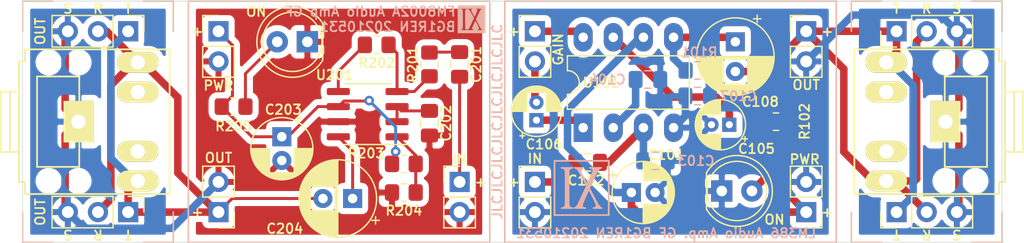
<source format=kicad_pcb>
(kicad_pcb (version 20171130) (host pcbnew 5.1.10)
  (layers (0 F.Cu signal) (31 B.Cu signal) (34 B.Paste user) (35 F.Paste user) (36 B.SilkS user) (37 F.SilkS user) (38 B.Mask user) (39 F.Mask user) (44 Edge.Cuts user))
  (net 0 "")
  (net 1 /100_GND)
  (net 2 /100_+9V)
  (net 3 /100_AF_IN)
  (net 4 "Net-(C102-Pad1)")
  (net 5 "Net-(C104-Pad1)")
  (net 6 "Net-(C105-Pad1)")
  (net 7 "Net-(C106-Pad2)")
  (net 8 /100_GAIN-)
  (net 9 "Net-(C107-Pad1)")
  (net 10 /100_AF_OUT)
  (net 11 "Net-(C108-Pad1)")
  (net 12 /100_GAIN+)
  (net 13 "Net-(D101-Pad2)")
  (net 14 /200_AF_IN)
  (net 15 "Net-(C201-Pad1)")
  (net 16 /200_GND)
  (net 17 "Net-(C202-Pad1)")
  (net 18 /200_VDD)
  (net 19 /200_AF_OUT)
  (net 20 "Net-(C204-Pad1)")
  (net 21 "Net-(R201-Pad1)")
  (net 22 "Net-(R202-Pad2)")
  (net 23 "Net-(R203-Pad1)")
  (net 24 "Net-(D201-Pad2)")
  (module xi:xi-logo-c-05_05 (layer B.Cu) (at 172.847 124.968 180)
    (fp_text reference G*** hide)
    (fp_text value LOGO hide)
  )
  (module xi:xi-logo-c-inverted-02.5-02.5 (layer B.Cu) (at 163.576 110.744 180)
    (fp_text reference G*** hide)
    (fp_text value LOGO hide)
  )
  (module Resistor_SMD:R_0805_2012Metric_Pad1.20x1.40mm_HandSolder (layer F.Cu) (at 143.51 118.11 180)
    (fp_text reference R205 (at 0 -1.65) (layer F.SilkS) (effects (font (size 0.8 0.8))))
    (fp_text value 22K)
    (pad 2 smd roundrect (at 1 0 180) (size 1.2 1.4) (layers F.Cu F.Paste F.Mask) (roundrect_rratio 0.2083325) (net 18 /200_VDD))
    (pad 1 smd roundrect (at -1 0 180) (size 1.2 1.4) (layers F.Cu F.Paste F.Mask) (roundrect_rratio 0.2083325) (net 24 "Net-(D201-Pad2)"))
  )
  (module LED_THT:LED_D5.0mm (layer F.Cu) (at 149.733 112.649 180)
    (fp_text reference D201)
    (fp_text value ON (at 4.318 2.54) (layer F.SilkS) (effects (font (size 0.8 0.8))))
    (pad 2 thru_hole circle (at 2.54 0 180) (size 1.8 1.8) (drill 0.9) (layers *.Cu *.Mask) (net 24 "Net-(D201-Pad2)"))
    (pad 1 thru_hole rect (at 0 0 180) (size 1.8 1.8) (drill 0.9) (layers *.Cu *.Mask) (net 16 /200_GND))
  )
  (module Package_SO:SOIC-8_3.9x4.9mm_P1.27mm (layer F.Cu) (at 154.813 118.745 180)
    (fp_text reference U201 (at 2.794 3.302) (layer F.SilkS) (effects (font (size 0.8 0.8))))
    (fp_text value FM8002A)
    (pad 8 smd roundrect (at 2.475 -1.905 180) (size 1.95 0.6) (layers F.Cu F.Paste F.Mask) (net 20 "Net-(C204-Pad1)"))
    (pad 7 smd roundrect (at 2.475 -0.635 180) (size 1.95 0.6) (layers F.Cu F.Paste F.Mask) (net 16 /200_GND))
    (pad 6 smd roundrect (at 2.475 0.635 180) (size 1.95 0.6) (layers F.Cu F.Paste F.Mask) (net 18 /200_VDD))
    (pad 5 smd roundrect (at 2.475 1.905 180) (size 1.95 0.6) (layers F.Cu F.Paste F.Mask) (net 22 "Net-(R202-Pad2)"))
    (pad 4 smd roundrect (at -2.475 1.905 180) (size 1.95 0.6) (layers F.Cu F.Paste F.Mask) (net 21 "Net-(R201-Pad1)"))
    (pad 3 smd roundrect (at -2.475 0.635 180) (size 1.95 0.6) (layers F.Cu F.Paste F.Mask) (net 17 "Net-(C202-Pad1)"))
    (pad 2 smd roundrect (at -2.475 -0.635 180) (size 1.95 0.6) (layers F.Cu F.Paste F.Mask) (net 17 "Net-(C202-Pad1)"))
    (pad 1 smd roundrect (at -2.475 -1.905 180) (size 1.95 0.6) (layers F.Cu F.Paste F.Mask) (net 23 "Net-(R203-Pad1)"))
  )
  (module Resistor_SMD:R_0805_2012Metric_Pad1.20x1.40mm_HandSolder (layer F.Cu) (at 157.861 125.349)
    (fp_text reference R204 (at 0 1.524) (layer F.SilkS) (effects (font (size 0.8 0.8))))
    (fp_text value 0)
    (pad 2 smd roundrect (at 1 0) (size 1.2 1.4) (layers F.Cu F.Paste F.Mask) (roundrect_rratio 0.2083325) (net 23 "Net-(R203-Pad1)"))
    (pad 1 smd roundrect (at -1 0) (size 1.2 1.4) (layers F.Cu F.Paste F.Mask) (roundrect_rratio 0.2083325) (net 16 /200_GND))
  )
  (module Resistor_SMD:R_0805_2012Metric_Pad1.20x1.40mm_HandSolder (layer F.Cu) (at 157.861 122.936 180)
    (fp_text reference R203 (at 3.175 0.889) (layer F.SilkS) (effects (font (size 0.8 0.8))))
    (fp_text value 0)
    (pad 2 smd roundrect (at 1 0 180) (size 1.2 1.4) (layers F.Cu F.Paste F.Mask) (roundrect_rratio 0.2083325) (net 18 /200_VDD))
    (pad 1 smd roundrect (at -1 0 180) (size 1.2 1.4) (layers F.Cu F.Paste F.Mask) (roundrect_rratio 0.2083325) (net 23 "Net-(R203-Pad1)"))
  )
  (module Resistor_SMD:R_0805_2012Metric_Pad1.20x1.40mm_HandSolder (layer F.Cu) (at 155.575 112.903 180)
    (fp_text reference R202 (at 0 -1.524) (layer F.SilkS) (effects (font (size 0.8 0.8))))
    (fp_text value 470K)
    (pad 2 smd roundrect (at 1 0 180) (size 1.2 1.4) (layers F.Cu F.Paste F.Mask) (roundrect_rratio 0.2083325) (net 22 "Net-(R202-Pad2)"))
    (pad 1 smd roundrect (at -1 0 180) (size 1.2 1.4) (layers F.Cu F.Paste F.Mask) (roundrect_rratio 0.2083325) (net 21 "Net-(R201-Pad1)"))
  )
  (module Resistor_SMD:R_0805_2012Metric_Pad1.20x1.40mm_HandSolder (layer F.Cu) (at 160.02 114.554 90)
    (fp_text reference R201 (at 0 -1.397 90) (layer F.SilkS) (effects (font (size 0.8 0.8))))
    (fp_text value 20K)
    (pad 2 smd roundrect (at 1 0 90) (size 1.2 1.4) (layers F.Cu F.Paste F.Mask) (roundrect_rratio 0.2083325) (net 15 "Net-(C201-Pad1)"))
    (pad 1 smd roundrect (at -1 0 90) (size 1.2 1.4) (layers F.Cu F.Paste F.Mask) (roundrect_rratio 0.2083325) (net 21 "Net-(R201-Pad1)"))
  )
  (module Connector_PinHeader_2.54mm:PinHeader_1x03_P2.54mm_Vertical (layer F.Cu) (at 134.62 111.76 270)
    (fp_text reference J206)
    (fp_text value OUT (at 0 7.41 90) (layer F.SilkS) (effects (font (size 0.8 0.8))))
    (pad 3 thru_hole oval (at 0 5.08 270) (size 1.7 1.7) (drill 1) (layers *.Cu *.Mask) (net 16 /200_GND))
    (pad 2 thru_hole oval (at 0 2.54 270) (size 1.7 1.7) (drill 1) (layers *.Cu *.Mask) (net 19 /200_AF_OUT))
    (pad 1 thru_hole rect (at 0 0 270) (size 1.7 1.7) (drill 1) (layers *.Cu *.Mask) (net 19 /200_AF_OUT))
  )
  (module Connector_PinHeader_2.54mm:PinHeader_1x03_P2.54mm_Vertical (layer F.Cu) (at 134.62 127 270)
    (fp_text reference J205)
    (fp_text value OUT (at 0 7.41 90) (layer F.SilkS) (effects (font (size 0.8 0.8))))
    (pad 3 thru_hole oval (at 0 5.08 270) (size 1.7 1.7) (drill 1) (layers *.Cu *.Mask) (net 16 /200_GND))
    (pad 2 thru_hole oval (at 0 2.54 270) (size 1.7 1.7) (drill 1) (layers *.Cu *.Mask) (net 19 /200_AF_OUT))
    (pad 1 thru_hole rect (at 0 0 270) (size 1.7 1.7) (drill 1) (layers *.Cu *.Mask) (net 19 /200_AF_OUT))
  )
  (module bg1ren:Tayda_3.5mm_stereo_TRS_jack_A-853 (layer F.Cu) (at 132.025 119.38 90)
    (fp_text reference J204)
    (fp_text value OUT)
    (pad "" np_thru_hole circle (at 0 3.404 90) (size 1.2 1.2) (drill 1.2) (layers *.Cu *.Mask))
    (pad "" np_thru_hole circle (at -5 -4.096 90) (size 1.2 1.2) (drill 1.2) (layers *.Cu *.Mask))
    (pad "" np_thru_hole circle (at -5 -1.596 90) (size 1.2 1.2) (drill 1.2) (layers *.Cu *.Mask))
    (pad "" np_thru_hole circle (at 5 -4.096 90) (size 1.2 1.2) (drill 1.2) (layers *.Cu *.Mask))
    (pad "" np_thru_hole circle (at 5 -1.596 90) (size 1.2 1.2) (drill 1.2) (layers *.Cu *.Mask))
    (pad TN thru_hole oval (at -2.5 3.41 90) (size 1.75 3.5) (drill 1.2) (layers *.Cu *.Mask F.SilkS))
    (pad RN thru_hole oval (at 2.5 3.41 90) (size 1.75 3.5) (drill 1.2) (layers *.Cu *.Mask F.SilkS))
    (pad T thru_hole oval (at -5 3.41 90) (size 1.75 3.5) (drill 1.2) (layers *.Cu *.Mask F.SilkS) (net 19 /200_AF_OUT))
    (pad R thru_hole oval (at 5 3.41 90) (size 1.75 3.5) (drill 1.2) (layers *.Cu *.Mask F.SilkS) (net 19 /200_AF_OUT))
    (pad S thru_hole rect (at 0 -1.596 90) (size 3.5 2.5) (drill 1.2) (layers *.Cu *.Mask F.SilkS) (net 16 /200_GND))
  )
  (module Connector_PinHeader_2.54mm:PinHeader_1x02_P2.54mm_Vertical (layer F.Cu) (at 142.24 127 180)
    (fp_text reference J203)
    (fp_text value OUT (at 0 4.572) (layer F.SilkS) (effects (font (size 0.8 0.8))))
    (pad 2 thru_hole oval (at 0 2.54 180) (size 1.7 1.7) (drill 1) (layers *.Cu *.Mask) (net 16 /200_GND))
    (pad 1 thru_hole rect (at 0 0 180) (size 1.7 1.7) (drill 1) (layers *.Cu *.Mask) (net 19 /200_AF_OUT))
  )
  (module Connector_PinHeader_2.54mm:PinHeader_1x02_P2.54mm_Vertical (layer F.Cu) (at 162.56 124.46)
    (fp_text reference J202)
    (fp_text value IN (at 0 -1.905) (layer F.SilkS) (effects (font (size 0.8 0.8))))
    (pad 2 thru_hole oval (at 0 2.54) (size 1.7 1.7) (drill 1) (layers *.Cu *.Mask) (net 16 /200_GND))
    (pad 1 thru_hole rect (at 0 0) (size 1.7 1.7) (drill 1) (layers *.Cu *.Mask) (net 14 /200_AF_IN))
  )
  (module Connector_PinHeader_2.54mm:PinHeader_1x02_P2.54mm_Vertical (layer F.Cu) (at 142.24 111.76)
    (fp_text reference J201)
    (fp_text value PWR (at 0 4.572) (layer F.SilkS) (effects (font (size 0.8 0.8))))
    (pad 2 thru_hole oval (at 0 2.54) (size 1.7 1.7) (drill 1) (layers *.Cu *.Mask) (net 16 /200_GND))
    (pad 1 thru_hole rect (at 0 0) (size 1.7 1.7) (drill 1) (layers *.Cu *.Mask) (net 18 /200_VDD))
  )
  (module Capacitor_THT:CP_Radial_D6.3mm_P2.50mm (layer F.Cu) (at 153.543 125.857 180)
    (fp_text reference C204 (at 5.715 -2.54) (layer F.SilkS) (effects (font (size 0.8 0.8))))
    (fp_text value 470u)
    (pad 2 thru_hole circle (at 2.5 0 180) (size 1.6 1.6) (drill 0.8) (layers *.Cu *.Mask) (net 19 /200_AF_OUT))
    (pad 1 thru_hole rect (at 0 0 180) (size 1.6 1.6) (drill 0.8) (layers *.Cu *.Mask) (net 20 "Net-(C204-Pad1)"))
  )
  (module Capacitor_THT:CP_Radial_D5.0mm_P2.00mm (layer F.Cu) (at 147.574 120.65 270)
    (fp_text reference C203 (at -2.286 -0.127 180) (layer F.SilkS) (effects (font (size 0.8 0.8))))
    (fp_text value 100u)
    (pad 2 thru_hole circle (at 2 0 270) (size 1.6 1.6) (drill 0.8) (layers *.Cu *.Mask) (net 16 /200_GND))
    (pad 1 thru_hole rect (at 0 0 270) (size 1.6 1.6) (drill 0.8) (layers *.Cu *.Mask) (net 18 /200_VDD))
  )
  (module Capacitor_SMD:C_0805_2012Metric_Pad1.18x1.45mm_HandSolder (layer F.Cu) (at 160.02 119.507 270)
    (fp_text reference C202 (at 0 -1.397 90) (layer F.SilkS) (effects (font (size 0.8 0.8))))
    (fp_text value 1u)
    (pad 2 smd roundrect (at 1.0375 0 270) (size 1.175 1.45) (layers F.Cu F.Paste F.Mask) (roundrect_rratio 0.2127659574468085) (net 16 /200_GND))
    (pad 1 smd roundrect (at -1.0375 0 270) (size 1.175 1.45) (layers F.Cu F.Paste F.Mask) (roundrect_rratio 0.2127659574468085) (net 17 "Net-(C202-Pad1)"))
  )
  (module Capacitor_SMD:C_0805_2012Metric_Pad1.18x1.45mm_HandSolder (layer F.Cu) (at 162.56 114.554 270)
    (fp_text reference C201 (at 0 -1.397 90) (layer F.SilkS) (effects (font (size 0.8 0.8))))
    (fp_text value 0.39u)
    (pad 2 smd roundrect (at 1.0375 0 270) (size 1.175 1.45) (layers F.Cu F.Paste F.Mask) (roundrect_rratio 0.2127659574468085) (net 14 /200_AF_IN))
    (pad 1 smd roundrect (at -1.0375 0 270) (size 1.175 1.45) (layers F.Cu F.Paste F.Mask) (roundrect_rratio 0.2127659574468085) (net 15 "Net-(C201-Pad1)"))
  )
  (module Connector_PinHeader_2.54mm:PinHeader_1x03_P2.54mm_Vertical (layer F.Cu) (at 199.39 111.76 90)
    (fp_text reference J107)
    (fp_text value OUT)
    (pad 3 thru_hole oval (at 0 5.08 90) (size 1.7 1.7) (drill 1) (layers *.Cu *.Mask) (net 1 /100_GND))
    (pad 2 thru_hole oval (at 0 2.54 90) (size 1.7 1.7) (drill 1) (layers *.Cu *.Mask) (net 10 /100_AF_OUT))
    (pad 1 thru_hole rect (at 0 0 90) (size 1.7 1.7) (drill 1) (layers *.Cu *.Mask) (net 10 /100_AF_OUT))
  )
  (module Connector_PinHeader_2.54mm:PinHeader_1x03_P2.54mm_Vertical (layer F.Cu) (at 199.39 127 90)
    (fp_text reference J106)
    (fp_text value OUT)
    (pad 3 thru_hole oval (at 0 5.08 90) (size 1.7 1.7) (drill 1) (layers *.Cu *.Mask) (net 1 /100_GND))
    (pad 2 thru_hole oval (at 0 2.54 90) (size 1.7 1.7) (drill 1) (layers *.Cu *.Mask) (net 10 /100_AF_OUT))
    (pad 1 thru_hole rect (at 0 0 90) (size 1.7 1.7) (drill 1) (layers *.Cu *.Mask) (net 10 /100_AF_OUT))
  )
  (module bg1ren:Tayda_3.5mm_stereo_TRS_jack_A-853 (layer F.Cu) (at 201.93 119.38 270)
    (fp_text reference J105)
    (fp_text value OUT)
    (pad "" np_thru_hole circle (at 0 3.404 270) (size 1.2 1.2) (drill 1.2) (layers *.Cu *.Mask))
    (pad "" np_thru_hole circle (at -5 -4.096 270) (size 1.2 1.2) (drill 1.2) (layers *.Cu *.Mask))
    (pad "" np_thru_hole circle (at -5 -1.596 270) (size 1.2 1.2) (drill 1.2) (layers *.Cu *.Mask))
    (pad "" np_thru_hole circle (at 5 -4.096 270) (size 1.2 1.2) (drill 1.2) (layers *.Cu *.Mask))
    (pad "" np_thru_hole circle (at 5 -1.596 270) (size 1.2 1.2) (drill 1.2) (layers *.Cu *.Mask))
    (pad TN thru_hole oval (at -2.5 3.41 270) (size 1.75 3.5) (drill 1.2) (layers *.Cu *.Mask F.SilkS))
    (pad RN thru_hole oval (at 2.5 3.41 270) (size 1.75 3.5) (drill 1.2) (layers *.Cu *.Mask F.SilkS))
    (pad T thru_hole oval (at -5 3.41 270) (size 1.75 3.5) (drill 1.2) (layers *.Cu *.Mask F.SilkS) (net 10 /100_AF_OUT))
    (pad R thru_hole oval (at 5 3.41 270) (size 1.75 3.5) (drill 1.2) (layers *.Cu *.Mask F.SilkS) (net 10 /100_AF_OUT))
    (pad S thru_hole rect (at 0 -1.596 270) (size 3.5 2.5) (drill 1.2) (layers *.Cu *.Mask F.SilkS) (net 1 /100_GND))
  )
  (module Resistor_SMD:R_0805_2012Metric_Pad1.20x1.40mm_HandSolder (layer F.Cu) (at 189.23 119.38)
    (fp_text reference R102 (at 2.413 -0.0127 90) (layer F.SilkS) (effects (font (size 0.8 0.8))))
    (fp_text value 22K)
    (pad 2 smd roundrect (at 1 0) (size 1.2 1.4) (layers F.Cu F.Paste F.Mask) (roundrect_rratio 0.2083325) (net 2 /100_+9V))
    (pad 1 smd roundrect (at -1 0) (size 1.2 1.4) (layers F.Cu F.Paste F.Mask) (roundrect_rratio 0.2083325) (net 13 "Net-(D101-Pad2)"))
  )
  (module Resistor_SMD:R_0805_2012Metric_Pad1.20x1.40mm_HandSolder (layer B.Cu) (at 182.61 115.062)
    (fp_text reference R101 (at 0.143 -1.524 180) (layer B.SilkS) (effects (font (size 0.8 0.8)) (justify mirror)))
    (fp_text value 10)
    (pad 2 smd roundrect (at 1 0) (size 1.2 1.4) (layers B.Cu B.Paste B.Mask) (roundrect_rratio 0.2083325) (net 9 "Net-(C107-Pad1)"))
    (pad 1 smd roundrect (at -1 0) (size 1.2 1.4) (layers B.Cu B.Paste B.Mask) (roundrect_rratio 0.2083325) (net 11 "Net-(C108-Pad1)"))
  )
  (module Capacitor_SMD:C_0805_2012Metric_Pad1.18x1.45mm_HandSolder (layer B.Cu) (at 182.626 117.221 180)
    (fp_text reference C107 (at -3.429 0) (layer B.SilkS) (effects (font (size 0.8 0.8)) (justify mirror)))
    (fp_text value 0.1u)
    (pad 2 smd roundrect (at 1.0375 0 180) (size 1.175 1.45) (layers B.Cu B.Paste B.Mask) (roundrect_rratio 0.2127659574468085) (net 1 /100_GND))
    (pad 1 smd roundrect (at -1.0375 0 180) (size 1.175 1.45) (layers B.Cu B.Paste B.Mask) (roundrect_rratio 0.2127659574468085) (net 9 "Net-(C107-Pad1)"))
  )
  (module Capacitor_SMD:C_0805_2012Metric_Pad1.18x1.45mm_HandSolder (layer B.Cu) (at 178.435 115.824)
    (fp_text reference C104 (at -3.429 0) (layer B.SilkS) (effects (font (size 0.8 0.8)) (justify mirror)))
    (fp_text value 0.27u)
    (pad 2 smd roundrect (at 1.0375 0) (size 1.175 1.45) (layers B.Cu B.Paste B.Mask) (roundrect_rratio 0.2127659574468085) (net 1 /100_GND))
    (pad 1 smd roundrect (at -1.0375 0) (size 1.175 1.45) (layers B.Cu B.Paste B.Mask) (roundrect_rratio 0.2127659574468085) (net 5 "Net-(C104-Pad1)"))
  )
  (module Capacitor_SMD:C_0805_2012Metric_Pad1.18x1.45mm_HandSolder (layer B.Cu) (at 179.07 122.682 180)
    (fp_text reference C103 (at -3.429 0) (layer B.SilkS) (effects (font (size 0.8 0.8)) (justify mirror)))
    (fp_text value 47p)
    (pad 2 smd roundrect (at 1.0375 0 180) (size 1.175 1.45) (layers B.Cu B.Paste B.Mask) (roundrect_rratio 0.2127659574468085) (net 4 "Net-(C102-Pad1)"))
    (pad 1 smd roundrect (at -1.0375 0 180) (size 1.175 1.45) (layers B.Cu B.Paste B.Mask) (roundrect_rratio 0.2127659574468085) (net 1 /100_GND))
  )
  (module Capacitor_SMD:C_0805_2012Metric_Pad1.18x1.45mm_HandSolder (layer F.Cu) (at 173.355 122.809 180)
    (fp_text reference C102 (at 0.127 -1.524) (layer F.SilkS) (effects (font (size 0.8 0.8))))
    (fp_text value 0.27u)
    (pad 2 smd roundrect (at 1.0375 0 180) (size 1.175 1.45) (layers F.Cu F.Paste F.Mask) (roundrect_rratio 0.2127659574468085) (net 3 /100_AF_IN))
    (pad 1 smd roundrect (at -1.0375 0 180) (size 1.175 1.45) (layers F.Cu F.Paste F.Mask) (roundrect_rratio 0.2127659574468085) (net 4 "Net-(C102-Pad1)"))
  )
  (module LED_THT:LED_D5.0mm (layer F.Cu) (at 184.658 125.222)
    (fp_text reference D101 hide)
    (fp_text value ON (at 4.445 2.413 180) (layer F.SilkS) (effects (font (size 0.8 0.8))))
    (pad 2 thru_hole circle (at 2.54 0) (size 1.8 1.8) (drill 0.9) (layers *.Cu *.Mask) (net 13 "Net-(D101-Pad2)"))
    (pad 1 thru_hole rect (at 0 0) (size 1.8 1.8) (drill 0.9) (layers *.Cu *.Mask) (net 1 /100_GND))
  )
  (module Capacitor_THT:CP_Radial_D6.3mm_P2.50mm (layer F.Cu) (at 185.801 112.649 270)
    (fp_text reference C108 (at 5.0546 -2.1082 180) (layer F.SilkS) (effects (font (size 0.8 0.8))))
    (fp_text value 470u)
    (pad 2 thru_hole circle (at 2.5 0 270) (size 1.6 1.6) (drill 0.8) (layers *.Cu *.Mask) (net 10 /100_AF_OUT))
    (pad 1 thru_hole rect (at 0 0 270) (size 1.6 1.6) (drill 0.8) (layers *.Cu *.Mask) (net 11 "Net-(C108-Pad1)"))
  )
  (module Capacitor_THT:CP_Radial_D4.0mm_P1.50mm (layer F.Cu) (at 169.037 119.253 90)
    (fp_text reference C106 (at -2.032 0.635 180) (layer F.SilkS) (effects (font (size 0.8 0.8))))
    (fp_text value 10u)
    (pad 2 thru_hole circle (at 1.5 0 90) (size 1.2 1.2) (drill 0.6) (layers *.Cu *.Mask) (net 7 "Net-(C106-Pad2)"))
    (pad 1 thru_hole rect (at 0 0 90) (size 1.2 1.2) (drill 0.6) (layers *.Cu *.Mask) (net 12 /100_GAIN+))
  )
  (module Capacitor_THT:CP_Radial_D4.0mm_P1.50mm (layer F.Cu) (at 185.293 119.634 180)
    (fp_text reference C105 (at -2.286 -2.032) (layer F.SilkS) (effects (font (size 0.8 0.8))))
    (fp_text value 10u)
    (pad 2 thru_hole circle (at 1.5 0 180) (size 1.2 1.2) (drill 0.6) (layers *.Cu *.Mask) (net 1 /100_GND))
    (pad 1 thru_hole rect (at 0 0 180) (size 1.2 1.2) (drill 0.6) (layers *.Cu *.Mask) (net 6 "Net-(C105-Pad1)"))
  )
  (module Capacitor_THT:CP_Radial_D5.0mm_P2.00mm (layer F.Cu) (at 177.038 125.349)
    (fp_text reference C101 (at 2.921 -3.175) (layer F.SilkS) (effects (font (size 0.8 0.8))))
    (fp_text value 100u)
    (pad 2 thru_hole circle (at 2 0) (size 1.6 1.6) (drill 0.8) (layers *.Cu *.Mask) (net 1 /100_GND))
    (pad 1 thru_hole rect (at 0 0) (size 1.6 1.6) (drill 0.8) (layers *.Cu *.Mask) (net 2 /100_+9V))
  )
  (module Package_DIP:DIP-8_W7.62mm_LongPads (layer F.Cu) (at 172.974 119.888 90)
    (fp_text reference U101 (at 3.81 1.524 180) (layer F.SilkS) (effects (font (size 0.8 0.8))))
    (fp_text value LM386)
    (pad 8 thru_hole oval (at 7.62 0 90) (size 2.4 1.6) (drill 0.8) (layers *.Cu *.Mask) (net 8 /100_GAIN-))
    (pad 4 thru_hole oval (at 0 7.62 90) (size 2.4 1.6) (drill 0.8) (layers *.Cu *.Mask) (net 1 /100_GND))
    (pad 7 thru_hole oval (at 7.62 2.54 90) (size 2.4 1.6) (drill 0.8) (layers *.Cu *.Mask) (net 6 "Net-(C105-Pad1)"))
    (pad 3 thru_hole oval (at 0 5.08 90) (size 2.4 1.6) (drill 0.8) (layers *.Cu *.Mask) (net 4 "Net-(C102-Pad1)"))
    (pad 6 thru_hole oval (at 7.62 5.08 90) (size 2.4 1.6) (drill 0.8) (layers *.Cu *.Mask) (net 2 /100_+9V))
    (pad 2 thru_hole oval (at 0 2.54 90) (size 2.4 1.6) (drill 0.8) (layers *.Cu *.Mask) (net 5 "Net-(C104-Pad1)"))
    (pad 5 thru_hole oval (at 7.62 7.62 90) (size 2.4 1.6) (drill 0.8) (layers *.Cu *.Mask) (net 11 "Net-(C108-Pad1)"))
    (pad 1 thru_hole rect (at 0 0 90) (size 2.4 1.6) (drill 0.8) (layers *.Cu *.Mask) (net 12 /100_GAIN+))
  )
  (module Connector_PinHeader_2.54mm:PinHeader_1x02_P2.54mm_Vertical (layer F.Cu) (at 168.91 111.76)
    (fp_text reference J104)
    (fp_text value GAIN (at 1.9558 1.524 90) (layer F.SilkS) (effects (font (size 0.8 0.8))))
    (pad 2 thru_hole oval (at 0 2.54) (size 1.7 1.7) (drill 1) (layers *.Cu *.Mask) (net 7 "Net-(C106-Pad2)"))
    (pad 1 thru_hole rect (at 0 0) (size 1.7 1.7) (drill 1) (layers *.Cu *.Mask) (net 8 /100_GAIN-))
  )
  (module Connector_PinHeader_2.54mm:PinHeader_1x02_P2.54mm_Vertical (layer F.Cu) (at 191.77 111.76)
    (fp_text reference J103)
    (fp_text value OUT (at 0 4.5212) (layer F.SilkS) (effects (font (size 0.8 0.8))))
    (pad 2 thru_hole oval (at 0 2.54) (size 1.7 1.7) (drill 1) (layers *.Cu *.Mask) (net 1 /100_GND))
    (pad 1 thru_hole rect (at 0 0) (size 1.7 1.7) (drill 1) (layers *.Cu *.Mask) (net 10 /100_AF_OUT))
  )
  (module Connector_PinHeader_2.54mm:PinHeader_1x02_P2.54mm_Vertical (layer F.Cu) (at 168.91 124.46)
    (fp_text reference J102)
    (fp_text value IN (at 0 -1.9558) (layer F.SilkS) (effects (font (size 0.8 0.8))))
    (pad 2 thru_hole oval (at 0 2.54) (size 1.7 1.7) (drill 1) (layers *.Cu *.Mask) (net 1 /100_GND))
    (pad 1 thru_hole rect (at 0 0) (size 1.7 1.7) (drill 1) (layers *.Cu *.Mask) (net 3 /100_AF_IN))
  )
  (module Connector_PinHeader_2.54mm:PinHeader_1x02_P2.54mm_Vertical (layer F.Cu) (at 191.77 127 180)
    (fp_text reference J101)
    (fp_text value PWR (at 0.127 4.445 180) (layer F.SilkS) (effects (font (size 0.8 0.8))))
    (pad 2 thru_hole oval (at 0 2.54 180) (size 1.7 1.7) (drill 1) (layers *.Cu *.Mask) (net 1 /100_GND))
    (pad 1 thru_hole rect (at 0 0 180) (size 1.7 1.7) (drill 1) (layers *.Cu *.Mask) (net 2 /100_+9V))
  )
  (gr_text "LM386 Audio Amp. GF BG1REN 20210531" (at 179.959 128.778) (layer B.SilkS) (effects (font (size 0.8 0.8)) (justify mirror)))
  (gr_text "FM8002A Audio Amp GF\nBG1REN 20210531" (at 162.306 110.744) (layer B.SilkS) (effects (font (size 0.8 0.8)) (justify left mirror)))
  (gr_text + (at 140.462 111.76) (layer F.SilkS) (effects (font (size 0.8 0.8))))
  (gr_text + (at 140.462 127) (layer F.SilkS) (effects (font (size 0.8 0.8))))
  (gr_text + (at 164.338 124.46) (layer F.SilkS) (effects (font (size 0.8 0.8))))
  (gr_text R (at 132.08 109.855) (layer F.SilkS) (effects (font (size 0.8 0.8))))
  (gr_text T (at 134.62 109.855) (layer F.SilkS) (effects (font (size 0.8 0.8))))
  (gr_text S (at 129.54 109.855) (layer F.SilkS) (effects (font (size 0.8 0.8))))
  (gr_text T (at 134.62 128.905 180) (layer F.SilkS) (effects (font (size 0.8 0.8))))
  (gr_text S (at 129.54 128.905 180) (layer F.SilkS) (effects (font (size 0.8 0.8))))
  (gr_text R (at 132.08 128.905 180) (layer F.SilkS) (effects (font (size 0.8 0.8))))
  (gr_line (start 208.28 129.54) (end 208.28 109.22) (layer Edge.Cuts) (width 0.05))
  (gr_line (start 125.73 109.22) (end 208.28 109.22) (layer Edge.Cuts) (width 0.05))
  (gr_line (start 125.73 129.54) (end 125.73 109.22) (layer Edge.Cuts) (width 0.05))
  (gr_line (start 208.28 129.54) (end 125.73 129.54) (layer Edge.Cuts) (width 0.05))
  (gr_line (start 138.43 109.22) (end 135.89 109.22) (layer F.SilkS) (width 0.12))
  (gr_line (start 138.43 111.76) (end 138.43 109.22) (layer F.SilkS) (width 0.12))
  (gr_line (start 125.73 109.22) (end 128.27 109.22) (layer F.SilkS) (width 0.12))
  (gr_line (start 125.73 111.76) (end 125.73 109.22) (layer F.SilkS) (width 0.12))
  (gr_line (start 125.73 129.54) (end 125.73 127) (layer F.SilkS) (width 0.12))
  (gr_line (start 128.27 129.54) (end 125.73 129.54) (layer F.SilkS) (width 0.12))
  (gr_line (start 138.43 129.54) (end 138.43 127) (layer F.SilkS) (width 0.12))
  (gr_line (start 135.89 129.54) (end 138.43 129.54) (layer F.SilkS) (width 0.12))
  (gr_line (start 125.73 109.22) (end 128.27 109.22) (layer B.SilkS) (width 0.12))
  (gr_line (start 125.73 111.76) (end 125.73 109.22) (layer B.SilkS) (width 0.12))
  (gr_line (start 125.73 129.54) (end 128.27 129.54) (layer B.SilkS) (width 0.12))
  (gr_line (start 125.73 127) (end 125.73 129.54) (layer B.SilkS) (width 0.12))
  (gr_line (start 138.43 109.22) (end 135.89 109.22) (layer B.SilkS) (width 0.12))
  (gr_line (start 138.43 111.76) (end 138.43 109.22) (layer B.SilkS) (width 0.12))
  (gr_line (start 138.43 129.54) (end 138.43 127) (layer B.SilkS) (width 0.12))
  (gr_line (start 135.89 129.54) (end 138.43 129.54) (layer B.SilkS) (width 0.12))
  (gr_line (start 165.1 129.54) (end 165.1 109.22) (layer B.SilkS) (width 0.12))
  (gr_line (start 139.7 109.22) (end 165.1 109.22) (layer B.SilkS) (width 0.12))
  (gr_line (start 139.7 129.54) (end 139.7 109.22) (layer B.SilkS) (width 0.12))
  (gr_line (start 165.1 129.54) (end 139.7 129.54) (layer B.SilkS) (width 0.12))
  (gr_line (start 165.1 129.54) (end 165.1 109.22) (layer F.SilkS) (width 0.12))
  (gr_line (start 139.7 109.22) (end 165.1 109.22) (layer F.SilkS) (width 0.12))
  (gr_line (start 139.7 129.54) (end 139.7 109.22) (layer F.SilkS) (width 0.12))
  (gr_line (start 165.1 129.54) (end 139.7 129.54) (layer F.SilkS) (width 0.12))
  (gr_text JLCJLCJLCJLCJLCJLCJLCJLC (at 165.735 119.38 90) (layer B.SilkS) (effects (font (size 0.8 0.8))))
  (gr_text T (at 199.39 128.905 180) (layer F.SilkS) (effects (font (size 0.8 0.8))))
  (gr_text S (at 204.47 128.905 180) (layer F.SilkS) (effects (font (size 0.8 0.8))))
  (gr_text R (at 201.93 128.905 180) (layer F.SilkS) (effects (font (size 0.8 0.8))))
  (gr_text S (at 204.47 109.855) (layer F.SilkS) (effects (font (size 0.8 0.8))))
  (gr_text R (at 201.93 109.855) (layer F.SilkS) (effects (font (size 0.8 0.8))))
  (gr_text T (at 199.39 109.855) (layer F.SilkS) (effects (font (size 0.8 0.8))))
  (gr_line (start 208.28 109.22) (end 208.28 111.76) (layer B.SilkS) (width 0.12))
  (gr_line (start 205.74 109.22) (end 208.28 109.22) (layer B.SilkS) (width 0.12))
  (gr_line (start 208.28 129.54) (end 208.28 127) (layer B.SilkS) (width 0.12))
  (gr_line (start 205.74 129.54) (end 208.28 129.54) (layer B.SilkS) (width 0.12))
  (gr_line (start 195.58 129.54) (end 198.12 129.54) (layer B.SilkS) (width 0.12))
  (gr_line (start 195.58 127) (end 195.58 129.54) (layer B.SilkS) (width 0.12))
  (gr_line (start 195.58 109.22) (end 195.58 111.76) (layer B.SilkS) (width 0.12))
  (gr_line (start 198.12 109.22) (end 195.58 109.22) (layer B.SilkS) (width 0.12))
  (gr_line (start 208.28 129.54) (end 208.28 127) (layer F.SilkS) (width 0.12))
  (gr_line (start 205.74 129.54) (end 208.28 129.54) (layer F.SilkS) (width 0.12))
  (gr_line (start 208.28 109.22) (end 205.74 109.22) (layer F.SilkS) (width 0.12))
  (gr_line (start 208.28 111.76) (end 208.28 109.22) (layer F.SilkS) (width 0.12))
  (gr_line (start 195.58 129.54) (end 198.12 129.54) (layer F.SilkS) (width 0.12))
  (gr_line (start 195.58 127) (end 195.58 129.54) (layer F.SilkS) (width 0.12))
  (gr_line (start 195.58 109.22) (end 198.12 109.22) (layer F.SilkS) (width 0.12))
  (gr_line (start 195.58 111.76) (end 195.58 109.22) (layer F.SilkS) (width 0.12))
  (gr_text + (at 193.548 111.76) (layer F.SilkS) (effects (font (size 0.8 0.8))))
  (gr_text + (at 193.548 127) (layer F.SilkS) (effects (font (size 0.8 0.8))))
  (gr_text + (at 167.132 124.46) (layer F.SilkS) (effects (font (size 0.8 0.8))))
  (gr_text + (at 167.132 111.76) (layer F.SilkS) (effects (font (size 0.8 0.8))))
  (gr_line (start 166.37 129.54) (end 166.37 109.22) (layer F.SilkS) (width 0.12))
  (gr_line (start 194.31 129.54) (end 166.37 129.54) (layer F.SilkS) (width 0.12))
  (gr_line (start 194.31 109.22) (end 194.31 129.54) (layer F.SilkS) (width 0.12))
  (gr_line (start 166.37 109.22) (end 194.31 109.22) (layer F.SilkS) (width 0.12))
  (gr_line (start 166.37 129.54) (end 166.37 109.22) (layer B.SilkS) (width 0.12))
  (gr_line (start 194.31 129.54) (end 166.37 129.54) (layer B.SilkS) (width 0.12))
  (gr_line (start 194.31 109.22) (end 194.31 129.54) (layer B.SilkS) (width 0.12))
  (gr_line (start 166.37 109.22) (end 194.31 109.22) (layer B.SilkS) (width 0.12))
  (segment (start 180.848 119.634) (end 180.594 119.888) (width 0.635) (layer F.Cu) (net 1))
  (segment (start 180.721 120.015) (end 180.594 119.888) (width 0.635) (layer F.Cu) (net 1))
  (segment (start 204.643501 118.262499) (end 203.526 119.38) (width 0.635) (layer F.Cu) (net 1))
  (segment (start 204.643501 111.933501) (end 204.643501 118.262499) (width 0.635) (layer F.Cu) (net 1))
  (segment (start 204.47 111.76) (end 204.643501 111.933501) (width 0.635) (layer F.Cu) (net 1))
  (segment (start 204.643501 126.826499) (end 204.47 127) (width 0.635) (layer F.Cu) (net 1))
  (segment (start 204.643501 120.497501) (end 204.643501 126.826499) (width 0.635) (layer F.Cu) (net 1))
  (segment (start 203.526 119.38) (end 204.643501 120.497501) (width 0.635) (layer F.Cu) (net 1))
  (segment (start 195.677501 110.392499) (end 203.102499 110.392499) (width 0.635) (layer B.Cu) (net 1))
  (segment (start 203.102499 110.392499) (end 204.47 111.76) (width 0.635) (layer B.Cu) (net 1))
  (segment (start 191.77 114.3) (end 195.677501 110.392499) (width 0.635) (layer B.Cu) (net 1))
  (segment (start 181.5885 118.8935) (end 180.594 119.888) (width 0.635) (layer B.Cu) (net 1))
  (segment (start 181.5885 117.221) (end 181.5885 118.8935) (width 0.635) (layer B.Cu) (net 1))
  (segment (start 190.23 125.46) (end 191.77 127) (width 0.635) (layer F.Cu) (net 2))
  (segment (start 190.23 119.38) (end 190.23 125.46) (width 0.635) (layer F.Cu) (net 2))
  (segment (start 177.038 125.349) (end 177.038 126.492) (width 0.635) (layer F.Cu) (net 2))
  (segment (start 177.038 126.492) (end 177.546 127) (width 0.635) (layer F.Cu) (net 2))
  (segment (start 177.546 127) (end 191.77 127) (width 0.635) (layer F.Cu) (net 2))
  (segment (start 171.656499 118.388741) (end 177.77724 112.268) (width 0.635) (layer B.Cu) (net 2))
  (segment (start 177.77724 112.268) (end 178.054 112.268) (width 0.635) (layer B.Cu) (net 2))
  (segment (start 171.656499 121.502001) (end 171.656499 118.388741) (width 0.635) (layer B.Cu) (net 2))
  (segment (start 175.503498 125.349) (end 171.656499 121.502001) (width 0.635) (layer B.Cu) (net 2))
  (segment (start 177.038 125.349) (end 175.503498 125.349) (width 0.635) (layer B.Cu) (net 2))
  (segment (start 170.6665 124.46) (end 172.3175 122.809) (width 0.635) (layer F.Cu) (net 3))
  (segment (start 168.91 124.46) (end 170.6665 124.46) (width 0.635) (layer F.Cu) (net 3))
  (segment (start 175.133 122.809) (end 178.054 119.888) (width 0.635) (layer F.Cu) (net 4))
  (segment (start 174.3925 122.809) (end 175.133 122.809) (width 0.635) (layer F.Cu) (net 4))
  (segment (start 178.054 122.6605) (end 178.0325 122.682) (width 0.635) (layer B.Cu) (net 4))
  (segment (start 178.054 119.888) (end 178.054 122.6605) (width 0.635) (layer B.Cu) (net 4))
  (segment (start 177.3975 118.0045) (end 175.514 119.888) (width 0.635) (layer B.Cu) (net 5))
  (segment (start 177.3975 115.824) (end 177.3975 118.0045) (width 0.635) (layer B.Cu) (net 5))
  (segment (start 184.195511 117.301511) (end 185.293 118.399) (width 0.635) (layer F.Cu) (net 6))
  (segment (start 180.547511 117.301511) (end 184.195511 117.301511) (width 0.635) (layer F.Cu) (net 6))
  (segment (start 185.293 118.399) (end 185.293 119.634) (width 0.635) (layer F.Cu) (net 6))
  (segment (start 175.514 112.268) (end 180.547511 117.301511) (width 0.635) (layer F.Cu) (net 6))
  (segment (start 168.91 117.626) (end 169.037 117.753) (width 0.635) (layer F.Cu) (net 7))
  (segment (start 168.91 114.3) (end 168.91 117.626) (width 0.635) (layer F.Cu) (net 7))
  (segment (start 172.466 111.76) (end 172.974 112.268) (width 0.635) (layer F.Cu) (net 8))
  (segment (start 168.91 111.76) (end 172.466 111.76) (width 0.635) (layer F.Cu) (net 8))
  (segment (start 183.61 117.1675) (end 183.6635 117.221) (width 0.635) (layer B.Cu) (net 9))
  (segment (start 183.61 115.062) (end 183.61 117.1675) (width 0.635) (layer B.Cu) (net 9))
  (segment (start 188.381 115.149) (end 191.77 111.76) (width 0.635) (layer F.Cu) (net 10))
  (segment (start 185.801 115.149) (end 188.381 115.149) (width 0.635) (layer F.Cu) (net 10))
  (segment (start 199.39 113.51) (end 198.52 114.38) (width 0.635) (layer F.Cu) (net 10))
  (segment (start 199.39 111.76) (end 199.39 113.51) (width 0.635) (layer F.Cu) (net 10))
  (segment (start 200.905 124.38) (end 198.52 124.38) (width 0.635) (layer F.Cu) (net 10))
  (segment (start 201.080001 112.609999) (end 201.080001 124.204999) (width 0.635) (layer F.Cu) (net 10))
  (segment (start 201.080001 124.204999) (end 200.905 124.38) (width 0.635) (layer F.Cu) (net 10))
  (segment (start 201.93 111.76) (end 201.080001 112.609999) (width 0.635) (layer F.Cu) (net 10))
  (segment (start 199.31 124.38) (end 201.93 127) (width 0.635) (layer F.Cu) (net 10))
  (segment (start 198.52 124.38) (end 199.31 124.38) (width 0.635) (layer F.Cu) (net 10))
  (segment (start 198.864306 114.38) (end 198.52 114.38) (width 0.635) (layer B.Cu) (net 10))
  (segment (start 200.78751 116.303204) (end 198.864306 114.38) (width 0.635) (layer B.Cu) (net 10))
  (segment (start 200.78751 125.60249) (end 200.78751 116.303204) (width 0.635) (layer B.Cu) (net 10))
  (segment (start 199.39 127) (end 200.78751 125.60249) (width 0.635) (layer B.Cu) (net 10))
  (segment (start 191.77 111.76) (end 199.39 111.76) (width 0.635) (layer F.Cu) (net 10))
  (segment (start 198.52 124.38) (end 197.405 124.38) (width 0.635) (layer F.Cu) (net 10))
  (segment (start 197.405 124.38) (end 194.945 121.92) (width 0.635) (layer F.Cu) (net 10))
  (segment (start 194.945 114.935) (end 191.77 111.76) (width 0.635) (layer F.Cu) (net 10))
  (segment (start 194.945 121.92) (end 194.945 114.935) (width 0.635) (layer F.Cu) (net 10))
  (segment (start 185.42 112.268) (end 185.801 112.649) (width 0.635) (layer F.Cu) (net 11))
  (segment (start 180.594 112.268) (end 185.42 112.268) (width 0.635) (layer F.Cu) (net 11))
  (segment (start 180.594 114.046) (end 181.61 115.062) (width 0.635) (layer B.Cu) (net 11))
  (segment (start 180.594 112.268) (end 180.594 114.046) (width 0.635) (layer B.Cu) (net 11))
  (segment (start 172.339 119.253) (end 172.974 119.888) (width 0.635) (layer F.Cu) (net 12))
  (segment (start 169.037 119.253) (end 172.339 119.253) (width 0.635) (layer F.Cu) (net 12))
  (segment (start 188.23 124.19) (end 187.198 125.222) (width 0.635) (layer F.Cu) (net 13))
  (segment (start 188.23 119.38) (end 188.23 124.19) (width 0.635) (layer F.Cu) (net 13))
  (segment (start 162.56 124.46) (end 162.56 115.5915) (width 0.25) (layer F.Cu) (net 14))
  (segment (start 160.0575 113.5165) (end 160.02 113.554) (width 0.25) (layer F.Cu) (net 15))
  (segment (start 162.56 113.5165) (end 160.0575 113.5165) (width 0.25) (layer F.Cu) (net 15))
  (segment (start 152.714768 119.38) (end 152.338 119.38) (width 0.25) (layer F.Cu) (net 16))
  (segment (start 152.338 119.38) (end 151.638 119.38) (width 0.25) (layer F.Cu) (net 16))
  (segment (start 152.338 119.38) (end 153.035 119.38) (width 0.25) (layer F.Cu) (net 16))
  (segment (start 129.311499 120.497501) (end 130.429 119.38) (width 0.635) (layer F.Cu) (net 16))
  (segment (start 129.311499 126.771499) (end 129.311499 120.497501) (width 0.635) (layer F.Cu) (net 16))
  (segment (start 129.54 127) (end 129.311499 126.771499) (width 0.635) (layer F.Cu) (net 16))
  (segment (start 129.311499 118.262499) (end 130.429 119.38) (width 0.635) (layer F.Cu) (net 16))
  (segment (start 129.311499 111.988501) (end 129.311499 118.262499) (width 0.635) (layer F.Cu) (net 16))
  (segment (start 129.54 111.76) (end 129.311499 111.988501) (width 0.635) (layer F.Cu) (net 16))
  (segment (start 138.332499 128.367501) (end 142.24 124.46) (width 0.635) (layer B.Cu) (net 16))
  (segment (start 130.907501 128.367501) (end 138.332499 128.367501) (width 0.635) (layer B.Cu) (net 16))
  (segment (start 129.54 127) (end 130.907501 128.367501) (width 0.635) (layer B.Cu) (net 16))
  (segment (start 157.6475 118.4695) (end 157.288 118.11) (width 0.25) (layer F.Cu) (net 17))
  (segment (start 160.02 118.4695) (end 157.6475 118.4695) (width 0.25) (layer F.Cu) (net 17))
  (segment (start 157.288 119.38) (end 157.288 118.11) (width 0.25) (layer F.Cu) (net 17))
  (segment (start 152.338 118.11) (end 150.622 118.11) (width 0.25) (layer F.Cu) (net 18))
  (segment (start 148.082 120.65) (end 147.574 120.65) (width 0.25) (layer F.Cu) (net 18))
  (segment (start 150.622 118.11) (end 148.082 120.65) (width 0.25) (layer F.Cu) (net 18))
  (segment (start 145.05 120.65) (end 142.51 118.11) (width 0.25) (layer F.Cu) (net 18))
  (segment (start 147.574 120.65) (end 145.05 120.65) (width 0.25) (layer F.Cu) (net 18))
  (segment (start 143.415001 112.935001) (end 142.24 111.76) (width 0.25) (layer F.Cu) (net 18))
  (segment (start 143.415001 117.204999) (end 143.415001 112.935001) (width 0.25) (layer F.Cu) (net 18))
  (segment (start 142.51 118.11) (end 143.415001 117.204999) (width 0.25) (layer F.Cu) (net 18))
  (via (at 154.94 117.602) (size 0.8) (drill 0.4) (layers F.Cu B.Cu) (net 18))
  (segment (start 154.903001 117.638999) (end 154.94 117.602) (width 0.25) (layer F.Cu) (net 18))
  (segment (start 152.809001 117.638999) (end 154.903001 117.638999) (width 0.25) (layer F.Cu) (net 18))
  (segment (start 152.338 118.11) (end 152.809001 117.638999) (width 0.25) (layer F.Cu) (net 18))
  (via (at 157.168175 121.902591) (size 0.8) (drill 0.4) (layers F.Cu B.Cu) (net 18))
  (segment (start 157.168175 119.830175) (end 157.168175 121.902591) (width 0.25) (layer B.Cu) (net 18))
  (segment (start 154.94 117.602) (end 157.168175 119.830175) (width 0.25) (layer B.Cu) (net 18))
  (segment (start 157.168175 122.628825) (end 156.861 122.936) (width 0.25) (layer F.Cu) (net 18))
  (segment (start 157.168175 121.902591) (end 157.168175 122.628825) (width 0.25) (layer F.Cu) (net 18))
  (segment (start 143.383 125.857) (end 142.24 127) (width 0.25) (layer F.Cu) (net 19))
  (segment (start 151.043 125.857) (end 143.383 125.857) (width 0.25) (layer F.Cu) (net 19))
  (segment (start 132.815 111.76) (end 135.435 114.38) (width 0.635) (layer F.Cu) (net 19))
  (segment (start 132.08 111.76) (end 132.815 111.76) (width 0.635) (layer F.Cu) (net 19))
  (segment (start 133.16749 125.91251) (end 132.08 127) (width 0.635) (layer F.Cu) (net 19))
  (segment (start 133.16749 116.303204) (end 133.16749 125.91251) (width 0.635) (layer F.Cu) (net 19))
  (segment (start 135.090694 114.38) (end 133.16749 116.303204) (width 0.635) (layer F.Cu) (net 19))
  (segment (start 135.435 114.38) (end 135.090694 114.38) (width 0.635) (layer F.Cu) (net 19))
  (segment (start 134.62 125.195) (end 135.435 124.38) (width 0.635) (layer F.Cu) (net 19))
  (segment (start 134.62 127) (end 134.62 125.195) (width 0.635) (layer F.Cu) (net 19))
  (segment (start 133.16749 113.21251) (end 134.62 111.76) (width 0.635) (layer B.Cu) (net 19))
  (segment (start 133.16749 122.456796) (end 133.16749 113.21251) (width 0.635) (layer B.Cu) (net 19))
  (segment (start 135.090694 124.38) (end 133.16749 122.456796) (width 0.635) (layer B.Cu) (net 19))
  (segment (start 135.435 124.38) (end 135.090694 124.38) (width 0.635) (layer B.Cu) (net 19))
  (segment (start 142.24 127) (end 134.62 127) (width 0.635) (layer F.Cu) (net 19))
  (segment (start 142.24 127) (end 142.113 127) (width 0.635) (layer F.Cu) (net 19))
  (segment (start 142.113 127) (end 138.811 123.698) (width 0.635) (layer F.Cu) (net 19))
  (segment (start 138.811 123.698) (end 138.811 117.348) (width 0.635) (layer F.Cu) (net 19))
  (segment (start 135.843 114.38) (end 135.435 114.38) (width 0.635) (layer F.Cu) (net 19))
  (segment (start 138.811 117.348) (end 135.843 114.38) (width 0.635) (layer F.Cu) (net 19))
  (segment (start 153.543 121.855) (end 152.338 120.65) (width 0.25) (layer F.Cu) (net 20))
  (segment (start 153.543 125.857) (end 153.543 121.855) (width 0.25) (layer F.Cu) (net 20))
  (segment (start 158.734 116.84) (end 160.02 115.554) (width 0.25) (layer F.Cu) (net 21))
  (segment (start 157.288 116.84) (end 158.734 116.84) (width 0.25) (layer F.Cu) (net 21))
  (segment (start 157.288 113.616) (end 156.575 112.903) (width 0.25) (layer F.Cu) (net 21))
  (segment (start 157.288 116.84) (end 157.288 113.616) (width 0.25) (layer F.Cu) (net 21))
  (segment (start 152.338 115.14) (end 154.575 112.903) (width 0.25) (layer F.Cu) (net 22))
  (segment (start 152.338 116.84) (end 152.338 115.14) (width 0.25) (layer F.Cu) (net 22))
  (segment (start 158.861 122.223) (end 157.288 120.65) (width 0.25) (layer F.Cu) (net 23))
  (segment (start 158.861 122.936) (end 158.861 122.223) (width 0.25) (layer F.Cu) (net 23))
  (segment (start 158.861 125.349) (end 158.861 122.936) (width 0.25) (layer F.Cu) (net 23))
  (segment (start 144.51 115.332) (end 147.193 112.649) (width 0.25) (layer F.Cu) (net 24))
  (segment (start 144.51 118.11) (end 144.51 115.332) (width 0.25) (layer F.Cu) (net 24))
  (zone (net 1) (net_name /100_GND) (layer B.Cu) (connect_pads (clearance 0.508)) (min_thickness 0.254) (fill yes (arc_segments 32) (thermal_gap 0.508) (thermal_bridge_width 0.508))
    (polygon (pts (xy 193.675 128.905) (xy 167.005 128.905) (xy 167.005 109.855) (xy 193.675 109.855)))
  )
  (zone (net 1) (net_name /100_GND) (layer B.Cu) (connect_pads (clearance 0.508)) (min_thickness 0.254) (fill yes (arc_segments 32) (thermal_gap 0.508) (thermal_bridge_width 0.508))
    (polygon (pts (xy 207.645 128.905) (xy 196.215 128.905) (xy 196.215 109.855) (xy 207.645 109.855)))
  )
  (zone (net 16) (net_name /200_GND) (layer B.Cu) (connect_pads (clearance 0.508)) (min_thickness 0.254) (fill yes (arc_segments 32) (thermal_gap 0.508) (thermal_bridge_width 0.508))
    (polygon (pts (xy 137.795 128.905) (xy 126.365 128.905) (xy 126.365 109.855) (xy 137.795 109.855)))
  )
  (zone (net 16) (net_name /200_GND) (layer F.Cu) (connect_pads (clearance 0.508)) (min_thickness 0.254) (fill yes (arc_segments 32) (thermal_gap 0.508) (thermal_bridge_width 0.508))
    (polygon (pts (xy 164.465 128.905) (xy 140.335 128.905) (xy 140.335 109.855) (xy 164.465 109.855)))
  )
)
</source>
